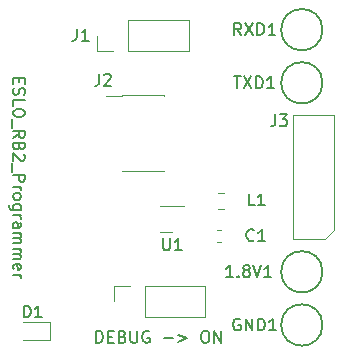
<source format=gbr>
G04 #@! TF.GenerationSoftware,KiCad,Pcbnew,(5.1.5-0-10_14)*
G04 #@! TF.CreationDate,2021-06-02T09:33:46-04:00*
G04 #@! TF.ProjectId,ESLO_RB2_Programmer,45534c4f-5f52-4423-925f-50726f677261,rev?*
G04 #@! TF.SameCoordinates,Original*
G04 #@! TF.FileFunction,Legend,Top*
G04 #@! TF.FilePolarity,Positive*
%FSLAX46Y46*%
G04 Gerber Fmt 4.6, Leading zero omitted, Abs format (unit mm)*
G04 Created by KiCad (PCBNEW (5.1.5-0-10_14)) date 2021-06-02 09:33:46*
%MOMM*%
%LPD*%
G04 APERTURE LIST*
%ADD10C,0.150000*%
%ADD11C,0.120000*%
G04 APERTURE END LIST*
D10*
X129589285Y-101002380D02*
X129589285Y-100002380D01*
X129827380Y-100002380D01*
X129970238Y-100050000D01*
X130065476Y-100145238D01*
X130113095Y-100240476D01*
X130160714Y-100430952D01*
X130160714Y-100573809D01*
X130113095Y-100764285D01*
X130065476Y-100859523D01*
X129970238Y-100954761D01*
X129827380Y-101002380D01*
X129589285Y-101002380D01*
X130589285Y-100478571D02*
X130922619Y-100478571D01*
X131065476Y-101002380D02*
X130589285Y-101002380D01*
X130589285Y-100002380D01*
X131065476Y-100002380D01*
X131827380Y-100478571D02*
X131970238Y-100526190D01*
X132017857Y-100573809D01*
X132065476Y-100669047D01*
X132065476Y-100811904D01*
X132017857Y-100907142D01*
X131970238Y-100954761D01*
X131875000Y-101002380D01*
X131494047Y-101002380D01*
X131494047Y-100002380D01*
X131827380Y-100002380D01*
X131922619Y-100050000D01*
X131970238Y-100097619D01*
X132017857Y-100192857D01*
X132017857Y-100288095D01*
X131970238Y-100383333D01*
X131922619Y-100430952D01*
X131827380Y-100478571D01*
X131494047Y-100478571D01*
X132494047Y-100002380D02*
X132494047Y-100811904D01*
X132541666Y-100907142D01*
X132589285Y-100954761D01*
X132684523Y-101002380D01*
X132875000Y-101002380D01*
X132970238Y-100954761D01*
X133017857Y-100907142D01*
X133065476Y-100811904D01*
X133065476Y-100002380D01*
X134065476Y-100050000D02*
X133970238Y-100002380D01*
X133827380Y-100002380D01*
X133684523Y-100050000D01*
X133589285Y-100145238D01*
X133541666Y-100240476D01*
X133494047Y-100430952D01*
X133494047Y-100573809D01*
X133541666Y-100764285D01*
X133589285Y-100859523D01*
X133684523Y-100954761D01*
X133827380Y-101002380D01*
X133922619Y-101002380D01*
X134065476Y-100954761D01*
X134113095Y-100907142D01*
X134113095Y-100573809D01*
X133922619Y-100573809D01*
X135303571Y-100621428D02*
X136065476Y-100621428D01*
X136541666Y-100335714D02*
X137303571Y-100621428D01*
X136541666Y-100907142D01*
X138732142Y-100002380D02*
X138922619Y-100002380D01*
X139017857Y-100050000D01*
X139113095Y-100145238D01*
X139160714Y-100335714D01*
X139160714Y-100669047D01*
X139113095Y-100859523D01*
X139017857Y-100954761D01*
X138922619Y-101002380D01*
X138732142Y-101002380D01*
X138636904Y-100954761D01*
X138541666Y-100859523D01*
X138494047Y-100669047D01*
X138494047Y-100335714D01*
X138541666Y-100145238D01*
X138636904Y-100050000D01*
X138732142Y-100002380D01*
X139589285Y-101002380D02*
X139589285Y-100002380D01*
X140160714Y-101002380D01*
X140160714Y-100002380D01*
X123071428Y-78595238D02*
X123071428Y-78928571D01*
X122547619Y-79071428D02*
X122547619Y-78595238D01*
X123547619Y-78595238D01*
X123547619Y-79071428D01*
X122595238Y-79452380D02*
X122547619Y-79595238D01*
X122547619Y-79833333D01*
X122595238Y-79928571D01*
X122642857Y-79976190D01*
X122738095Y-80023809D01*
X122833333Y-80023809D01*
X122928571Y-79976190D01*
X122976190Y-79928571D01*
X123023809Y-79833333D01*
X123071428Y-79642857D01*
X123119047Y-79547619D01*
X123166666Y-79500000D01*
X123261904Y-79452380D01*
X123357142Y-79452380D01*
X123452380Y-79500000D01*
X123500000Y-79547619D01*
X123547619Y-79642857D01*
X123547619Y-79880952D01*
X123500000Y-80023809D01*
X122547619Y-80928571D02*
X122547619Y-80452380D01*
X123547619Y-80452380D01*
X123547619Y-81452380D02*
X123547619Y-81642857D01*
X123500000Y-81738095D01*
X123404761Y-81833333D01*
X123214285Y-81880952D01*
X122880952Y-81880952D01*
X122690476Y-81833333D01*
X122595238Y-81738095D01*
X122547619Y-81642857D01*
X122547619Y-81452380D01*
X122595238Y-81357142D01*
X122690476Y-81261904D01*
X122880952Y-81214285D01*
X123214285Y-81214285D01*
X123404761Y-81261904D01*
X123500000Y-81357142D01*
X123547619Y-81452380D01*
X122452380Y-82071428D02*
X122452380Y-82833333D01*
X122547619Y-83642857D02*
X123023809Y-83309523D01*
X122547619Y-83071428D02*
X123547619Y-83071428D01*
X123547619Y-83452380D01*
X123500000Y-83547619D01*
X123452380Y-83595238D01*
X123357142Y-83642857D01*
X123214285Y-83642857D01*
X123119047Y-83595238D01*
X123071428Y-83547619D01*
X123023809Y-83452380D01*
X123023809Y-83071428D01*
X123071428Y-84404761D02*
X123023809Y-84547619D01*
X122976190Y-84595238D01*
X122880952Y-84642857D01*
X122738095Y-84642857D01*
X122642857Y-84595238D01*
X122595238Y-84547619D01*
X122547619Y-84452380D01*
X122547619Y-84071428D01*
X123547619Y-84071428D01*
X123547619Y-84404761D01*
X123500000Y-84500000D01*
X123452380Y-84547619D01*
X123357142Y-84595238D01*
X123261904Y-84595238D01*
X123166666Y-84547619D01*
X123119047Y-84500000D01*
X123071428Y-84404761D01*
X123071428Y-84071428D01*
X123452380Y-85023809D02*
X123500000Y-85071428D01*
X123547619Y-85166666D01*
X123547619Y-85404761D01*
X123500000Y-85500000D01*
X123452380Y-85547619D01*
X123357142Y-85595238D01*
X123261904Y-85595238D01*
X123119047Y-85547619D01*
X122547619Y-84976190D01*
X122547619Y-85595238D01*
X122452380Y-85785714D02*
X122452380Y-86547619D01*
X122547619Y-86785714D02*
X123547619Y-86785714D01*
X123547619Y-87166666D01*
X123500000Y-87261904D01*
X123452380Y-87309523D01*
X123357142Y-87357142D01*
X123214285Y-87357142D01*
X123119047Y-87309523D01*
X123071428Y-87261904D01*
X123023809Y-87166666D01*
X123023809Y-86785714D01*
X122547619Y-87785714D02*
X123214285Y-87785714D01*
X123023809Y-87785714D02*
X123119047Y-87833333D01*
X123166666Y-87880952D01*
X123214285Y-87976190D01*
X123214285Y-88071428D01*
X122547619Y-88547619D02*
X122595238Y-88452380D01*
X122642857Y-88404761D01*
X122738095Y-88357142D01*
X123023809Y-88357142D01*
X123119047Y-88404761D01*
X123166666Y-88452380D01*
X123214285Y-88547619D01*
X123214285Y-88690476D01*
X123166666Y-88785714D01*
X123119047Y-88833333D01*
X123023809Y-88880952D01*
X122738095Y-88880952D01*
X122642857Y-88833333D01*
X122595238Y-88785714D01*
X122547619Y-88690476D01*
X122547619Y-88547619D01*
X123214285Y-89738095D02*
X122404761Y-89738095D01*
X122309523Y-89690476D01*
X122261904Y-89642857D01*
X122214285Y-89547619D01*
X122214285Y-89404761D01*
X122261904Y-89309523D01*
X122595238Y-89738095D02*
X122547619Y-89642857D01*
X122547619Y-89452380D01*
X122595238Y-89357142D01*
X122642857Y-89309523D01*
X122738095Y-89261904D01*
X123023809Y-89261904D01*
X123119047Y-89309523D01*
X123166666Y-89357142D01*
X123214285Y-89452380D01*
X123214285Y-89642857D01*
X123166666Y-89738095D01*
X122547619Y-90214285D02*
X123214285Y-90214285D01*
X123023809Y-90214285D02*
X123119047Y-90261904D01*
X123166666Y-90309523D01*
X123214285Y-90404761D01*
X123214285Y-90500000D01*
X122547619Y-91261904D02*
X123071428Y-91261904D01*
X123166666Y-91214285D01*
X123214285Y-91119047D01*
X123214285Y-90928571D01*
X123166666Y-90833333D01*
X122595238Y-91261904D02*
X122547619Y-91166666D01*
X122547619Y-90928571D01*
X122595238Y-90833333D01*
X122690476Y-90785714D01*
X122785714Y-90785714D01*
X122880952Y-90833333D01*
X122928571Y-90928571D01*
X122928571Y-91166666D01*
X122976190Y-91261904D01*
X122547619Y-91738095D02*
X123214285Y-91738095D01*
X123119047Y-91738095D02*
X123166666Y-91785714D01*
X123214285Y-91880952D01*
X123214285Y-92023809D01*
X123166666Y-92119047D01*
X123071428Y-92166666D01*
X122547619Y-92166666D01*
X123071428Y-92166666D02*
X123166666Y-92214285D01*
X123214285Y-92309523D01*
X123214285Y-92452380D01*
X123166666Y-92547619D01*
X123071428Y-92595238D01*
X122547619Y-92595238D01*
X122547619Y-93071428D02*
X123214285Y-93071428D01*
X123119047Y-93071428D02*
X123166666Y-93119047D01*
X123214285Y-93214285D01*
X123214285Y-93357142D01*
X123166666Y-93452380D01*
X123071428Y-93500000D01*
X122547619Y-93500000D01*
X123071428Y-93500000D02*
X123166666Y-93547619D01*
X123214285Y-93642857D01*
X123214285Y-93785714D01*
X123166666Y-93880952D01*
X123071428Y-93928571D01*
X122547619Y-93928571D01*
X122595238Y-94785714D02*
X122547619Y-94690476D01*
X122547619Y-94500000D01*
X122595238Y-94404761D01*
X122690476Y-94357142D01*
X123071428Y-94357142D01*
X123166666Y-94404761D01*
X123214285Y-94500000D01*
X123214285Y-94690476D01*
X123166666Y-94785714D01*
X123071428Y-94833333D01*
X122976190Y-94833333D01*
X122880952Y-94357142D01*
X122547619Y-95261904D02*
X123214285Y-95261904D01*
X123023809Y-95261904D02*
X123119047Y-95309523D01*
X123166666Y-95357142D01*
X123214285Y-95452380D01*
X123214285Y-95547619D01*
X148750000Y-74500000D02*
G75*
G03X148750000Y-74500000I-1750000J0D01*
G01*
X148750000Y-79000000D02*
G75*
G03X148750000Y-79000000I-1750000J0D01*
G01*
X148750000Y-95000000D02*
G75*
G03X148750000Y-95000000I-1750000J0D01*
G01*
X148750000Y-99500000D02*
G75*
G03X148750000Y-99500000I-1750000J0D01*
G01*
D11*
X137000000Y-89390000D02*
X135000000Y-89390000D01*
X136000000Y-91610000D02*
X135000000Y-91610000D01*
X131090000Y-97500000D02*
X131090000Y-96170000D01*
X131090000Y-96170000D02*
X132420000Y-96170000D01*
X133690000Y-96170000D02*
X138830000Y-96170000D01*
X138830000Y-98830000D02*
X138830000Y-96170000D01*
X133690000Y-98830000D02*
X138830000Y-98830000D01*
X133690000Y-98830000D02*
X133690000Y-96170000D01*
X140396078Y-88290000D02*
X139878922Y-88290000D01*
X140396078Y-89710000D02*
X139878922Y-89710000D01*
X149750000Y-81755000D02*
X149750000Y-91445000D01*
X146250000Y-81755000D02*
X149750000Y-81755000D01*
X146250000Y-92245000D02*
X146250000Y-81755000D01*
X148950000Y-92245000D02*
X146250000Y-92245000D01*
X149750000Y-91445000D02*
X148950000Y-92245000D01*
X125697500Y-99265000D02*
X123412500Y-99265000D01*
X125697500Y-100735000D02*
X125697500Y-99265000D01*
X123412500Y-100735000D02*
X125697500Y-100735000D01*
X139824721Y-92510000D02*
X140150279Y-92510000D01*
X139824721Y-91490000D02*
X140150279Y-91490000D01*
X129670000Y-76330000D02*
X129670000Y-75000000D01*
X131000000Y-76330000D02*
X129670000Y-76330000D01*
X132270000Y-76330000D02*
X132270000Y-73670000D01*
X132270000Y-73670000D02*
X137410000Y-73670000D01*
X132270000Y-76330000D02*
X137410000Y-76330000D01*
X137410000Y-76330000D02*
X137410000Y-73670000D01*
X135315000Y-86440000D02*
X135315000Y-86505000D01*
X131785000Y-86440000D02*
X131785000Y-86505000D01*
X135315000Y-80035000D02*
X135315000Y-80100000D01*
X131785000Y-80035000D02*
X131785000Y-80100000D01*
X130460000Y-80100000D02*
X131785000Y-80100000D01*
X131785000Y-86505000D02*
X135315000Y-86505000D01*
X131785000Y-80035000D02*
X135315000Y-80035000D01*
D10*
X141857142Y-74952380D02*
X141523809Y-74476190D01*
X141285714Y-74952380D02*
X141285714Y-73952380D01*
X141666666Y-73952380D01*
X141761904Y-74000000D01*
X141809523Y-74047619D01*
X141857142Y-74142857D01*
X141857142Y-74285714D01*
X141809523Y-74380952D01*
X141761904Y-74428571D01*
X141666666Y-74476190D01*
X141285714Y-74476190D01*
X142190476Y-73952380D02*
X142857142Y-74952380D01*
X142857142Y-73952380D02*
X142190476Y-74952380D01*
X143238095Y-74952380D02*
X143238095Y-73952380D01*
X143476190Y-73952380D01*
X143619047Y-74000000D01*
X143714285Y-74095238D01*
X143761904Y-74190476D01*
X143809523Y-74380952D01*
X143809523Y-74523809D01*
X143761904Y-74714285D01*
X143714285Y-74809523D01*
X143619047Y-74904761D01*
X143476190Y-74952380D01*
X143238095Y-74952380D01*
X144761904Y-74952380D02*
X144190476Y-74952380D01*
X144476190Y-74952380D02*
X144476190Y-73952380D01*
X144380952Y-74095238D01*
X144285714Y-74190476D01*
X144190476Y-74238095D01*
X141261904Y-78452380D02*
X141833333Y-78452380D01*
X141547619Y-79452380D02*
X141547619Y-78452380D01*
X142071428Y-78452380D02*
X142738095Y-79452380D01*
X142738095Y-78452380D02*
X142071428Y-79452380D01*
X143119047Y-79452380D02*
X143119047Y-78452380D01*
X143357142Y-78452380D01*
X143500000Y-78500000D01*
X143595238Y-78595238D01*
X143642857Y-78690476D01*
X143690476Y-78880952D01*
X143690476Y-79023809D01*
X143642857Y-79214285D01*
X143595238Y-79309523D01*
X143500000Y-79404761D01*
X143357142Y-79452380D01*
X143119047Y-79452380D01*
X144642857Y-79452380D02*
X144071428Y-79452380D01*
X144357142Y-79452380D02*
X144357142Y-78452380D01*
X144261904Y-78595238D01*
X144166666Y-78690476D01*
X144071428Y-78738095D01*
X141166666Y-95452380D02*
X140595238Y-95452380D01*
X140880952Y-95452380D02*
X140880952Y-94452380D01*
X140785714Y-94595238D01*
X140690476Y-94690476D01*
X140595238Y-94738095D01*
X141595238Y-95357142D02*
X141642857Y-95404761D01*
X141595238Y-95452380D01*
X141547619Y-95404761D01*
X141595238Y-95357142D01*
X141595238Y-95452380D01*
X142214285Y-94880952D02*
X142119047Y-94833333D01*
X142071428Y-94785714D01*
X142023809Y-94690476D01*
X142023809Y-94642857D01*
X142071428Y-94547619D01*
X142119047Y-94500000D01*
X142214285Y-94452380D01*
X142404761Y-94452380D01*
X142500000Y-94500000D01*
X142547619Y-94547619D01*
X142595238Y-94642857D01*
X142595238Y-94690476D01*
X142547619Y-94785714D01*
X142500000Y-94833333D01*
X142404761Y-94880952D01*
X142214285Y-94880952D01*
X142119047Y-94928571D01*
X142071428Y-94976190D01*
X142023809Y-95071428D01*
X142023809Y-95261904D01*
X142071428Y-95357142D01*
X142119047Y-95404761D01*
X142214285Y-95452380D01*
X142404761Y-95452380D01*
X142500000Y-95404761D01*
X142547619Y-95357142D01*
X142595238Y-95261904D01*
X142595238Y-95071428D01*
X142547619Y-94976190D01*
X142500000Y-94928571D01*
X142404761Y-94880952D01*
X142880952Y-94452380D02*
X143214285Y-95452380D01*
X143547619Y-94452380D01*
X144404761Y-95452380D02*
X143833333Y-95452380D01*
X144119047Y-95452380D02*
X144119047Y-94452380D01*
X144023809Y-94595238D01*
X143928571Y-94690476D01*
X143833333Y-94738095D01*
X141761904Y-99000000D02*
X141666666Y-98952380D01*
X141523809Y-98952380D01*
X141380952Y-99000000D01*
X141285714Y-99095238D01*
X141238095Y-99190476D01*
X141190476Y-99380952D01*
X141190476Y-99523809D01*
X141238095Y-99714285D01*
X141285714Y-99809523D01*
X141380952Y-99904761D01*
X141523809Y-99952380D01*
X141619047Y-99952380D01*
X141761904Y-99904761D01*
X141809523Y-99857142D01*
X141809523Y-99523809D01*
X141619047Y-99523809D01*
X142238095Y-99952380D02*
X142238095Y-98952380D01*
X142809523Y-99952380D01*
X142809523Y-98952380D01*
X143285714Y-99952380D02*
X143285714Y-98952380D01*
X143523809Y-98952380D01*
X143666666Y-99000000D01*
X143761904Y-99095238D01*
X143809523Y-99190476D01*
X143857142Y-99380952D01*
X143857142Y-99523809D01*
X143809523Y-99714285D01*
X143761904Y-99809523D01*
X143666666Y-99904761D01*
X143523809Y-99952380D01*
X143285714Y-99952380D01*
X144809523Y-99952380D02*
X144238095Y-99952380D01*
X144523809Y-99952380D02*
X144523809Y-98952380D01*
X144428571Y-99095238D01*
X144333333Y-99190476D01*
X144238095Y-99238095D01*
X135263095Y-92177380D02*
X135263095Y-92986904D01*
X135310714Y-93082142D01*
X135358333Y-93129761D01*
X135453571Y-93177380D01*
X135644047Y-93177380D01*
X135739285Y-93129761D01*
X135786904Y-93082142D01*
X135834523Y-92986904D01*
X135834523Y-92177380D01*
X136834523Y-93177380D02*
X136263095Y-93177380D01*
X136548809Y-93177380D02*
X136548809Y-92177380D01*
X136453571Y-92320238D01*
X136358333Y-92415476D01*
X136263095Y-92463095D01*
X143008333Y-89377380D02*
X142532142Y-89377380D01*
X142532142Y-88377380D01*
X143865476Y-89377380D02*
X143294047Y-89377380D01*
X143579761Y-89377380D02*
X143579761Y-88377380D01*
X143484523Y-88520238D01*
X143389285Y-88615476D01*
X143294047Y-88663095D01*
X144741666Y-81677380D02*
X144741666Y-82391666D01*
X144694047Y-82534523D01*
X144598809Y-82629761D01*
X144455952Y-82677380D01*
X144360714Y-82677380D01*
X145122619Y-81677380D02*
X145741666Y-81677380D01*
X145408333Y-82058333D01*
X145551190Y-82058333D01*
X145646428Y-82105952D01*
X145694047Y-82153571D01*
X145741666Y-82248809D01*
X145741666Y-82486904D01*
X145694047Y-82582142D01*
X145646428Y-82629761D01*
X145551190Y-82677380D01*
X145265476Y-82677380D01*
X145170238Y-82629761D01*
X145122619Y-82582142D01*
X123461904Y-98852380D02*
X123461904Y-97852380D01*
X123700000Y-97852380D01*
X123842857Y-97900000D01*
X123938095Y-97995238D01*
X123985714Y-98090476D01*
X124033333Y-98280952D01*
X124033333Y-98423809D01*
X123985714Y-98614285D01*
X123938095Y-98709523D01*
X123842857Y-98804761D01*
X123700000Y-98852380D01*
X123461904Y-98852380D01*
X124985714Y-98852380D02*
X124414285Y-98852380D01*
X124700000Y-98852380D02*
X124700000Y-97852380D01*
X124604761Y-97995238D01*
X124509523Y-98090476D01*
X124414285Y-98138095D01*
X142933333Y-92307142D02*
X142885714Y-92354761D01*
X142742857Y-92402380D01*
X142647619Y-92402380D01*
X142504761Y-92354761D01*
X142409523Y-92259523D01*
X142361904Y-92164285D01*
X142314285Y-91973809D01*
X142314285Y-91830952D01*
X142361904Y-91640476D01*
X142409523Y-91545238D01*
X142504761Y-91450000D01*
X142647619Y-91402380D01*
X142742857Y-91402380D01*
X142885714Y-91450000D01*
X142933333Y-91497619D01*
X143885714Y-92402380D02*
X143314285Y-92402380D01*
X143600000Y-92402380D02*
X143600000Y-91402380D01*
X143504761Y-91545238D01*
X143409523Y-91640476D01*
X143314285Y-91688095D01*
X127941666Y-74427380D02*
X127941666Y-75141666D01*
X127894047Y-75284523D01*
X127798809Y-75379761D01*
X127655952Y-75427380D01*
X127560714Y-75427380D01*
X128941666Y-75427380D02*
X128370238Y-75427380D01*
X128655952Y-75427380D02*
X128655952Y-74427380D01*
X128560714Y-74570238D01*
X128465476Y-74665476D01*
X128370238Y-74713095D01*
X129841666Y-78227380D02*
X129841666Y-78941666D01*
X129794047Y-79084523D01*
X129698809Y-79179761D01*
X129555952Y-79227380D01*
X129460714Y-79227380D01*
X130270238Y-78322619D02*
X130317857Y-78275000D01*
X130413095Y-78227380D01*
X130651190Y-78227380D01*
X130746428Y-78275000D01*
X130794047Y-78322619D01*
X130841666Y-78417857D01*
X130841666Y-78513095D01*
X130794047Y-78655952D01*
X130222619Y-79227380D01*
X130841666Y-79227380D01*
M02*

</source>
